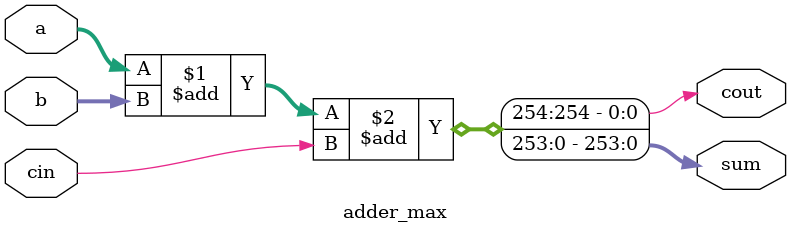
<source format=v>
module adder_columns(cout,sum,a,b,cin);

input [507:0]a,b;
output [507:0]sum;
input [1:0]cin;
output [1:0]cout;

adder_max ad1(.a(a[253:0]),.b(b[253:0]),.cin(cin[0]),.sum(sum[253:0]),.cout(cout[0]));
adder_max ad2(.a(a[507:254]),.b(b[507:254]),.cin(cin[1]),.sum(sum[507:254]),.cout(cout[1]));

endmodule



module adder_max(cout, sum, a, b, cin);
parameter size = 254;  /* declare a parameter. default required */
output cout;
output [size-1:0] sum; 	 // sum uses the size parameter
input cin;
input [size-1:0] a, b;  // 'a' and 'b' use the size parameter

assign {cout, sum} = a + b + cin;

endmodule










</source>
